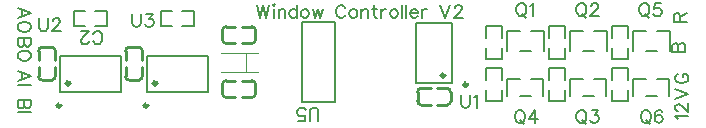
<source format=gto>
G04 Layer: TopSilkLayer*
G04 EasyEDA v6.4.25, 2021-12-21T01:05:14+01:00*
G04 e653898a74aa4a6681cb2481073f5018,cb21f8ab935b4f3d81094f1c1df1cea3,10*
G04 Gerber Generator version 0.2*
G04 Scale: 100 percent, Rotated: No, Reflected: No *
G04 Dimensions in millimeters *
G04 leading zeros omitted , absolute positions ,4 integer and 5 decimal *
%FSLAX45Y45*%
%MOMM*%

%ADD10C,0.2540*%
%ADD25C,0.0800*%
%ADD26C,0.1524*%
%ADD27C,0.3000*%
%ADD28C,0.1520*%

%LPD*%
D28*
X521715Y974344D02*
G01*
X412750Y1016000D01*
X521715Y974344D02*
G01*
X412750Y932942D01*
X449071Y1000505D02*
G01*
X449071Y948436D01*
X521715Y867410D02*
G01*
X516636Y877823D01*
X506221Y888237D01*
X495807Y893318D01*
X480060Y898652D01*
X454152Y898652D01*
X438657Y893318D01*
X428244Y888237D01*
X417829Y877823D01*
X412750Y867410D01*
X412750Y846581D01*
X417829Y836168D01*
X428244Y825754D01*
X438657Y820673D01*
X454152Y815339D01*
X480060Y815339D01*
X495807Y820673D01*
X506221Y825754D01*
X516636Y836168D01*
X521715Y846581D01*
X521715Y867410D01*
X521715Y762000D02*
G01*
X412750Y762000D01*
X521715Y762000D02*
G01*
X521715Y715263D01*
X516636Y699770D01*
X511302Y694436D01*
X500887Y689355D01*
X490473Y689355D01*
X480060Y694436D01*
X474979Y699770D01*
X469900Y715263D01*
X469900Y762000D02*
G01*
X469900Y715263D01*
X464565Y699770D01*
X459486Y694436D01*
X449071Y689355D01*
X433323Y689355D01*
X422910Y694436D01*
X417829Y699770D01*
X412750Y715263D01*
X412750Y762000D01*
X521715Y623823D02*
G01*
X516636Y634237D01*
X506221Y644652D01*
X495807Y649731D01*
X480060Y655065D01*
X454152Y655065D01*
X438657Y649731D01*
X428244Y644652D01*
X417829Y634237D01*
X412750Y623823D01*
X412750Y602995D01*
X417829Y592581D01*
X428244Y582168D01*
X438657Y577087D01*
X454152Y571754D01*
X480060Y571754D01*
X495807Y577087D01*
X506221Y582168D01*
X516636Y592581D01*
X521715Y602995D01*
X521715Y623823D01*
X521715Y440944D02*
G01*
X412750Y482600D01*
X521715Y440944D02*
G01*
X412750Y399542D01*
X449071Y467105D02*
G01*
X449071Y415036D01*
X521715Y365252D02*
G01*
X412750Y365252D01*
X521715Y241300D02*
G01*
X412750Y241300D01*
X521715Y241300D02*
G01*
X521715Y194563D01*
X516636Y179070D01*
X511302Y173736D01*
X500887Y168655D01*
X490473Y168655D01*
X480060Y173736D01*
X474979Y179070D01*
X469900Y194563D01*
X469900Y241300D02*
G01*
X469900Y194563D01*
X464565Y179070D01*
X459486Y173736D01*
X449071Y168655D01*
X433323Y168655D01*
X422910Y173736D01*
X417829Y179070D01*
X412750Y194563D01*
X412750Y241300D01*
X521715Y134365D02*
G01*
X412750Y134365D01*
X5967984Y901700D02*
G01*
X6076950Y901700D01*
X5967984Y901700D02*
G01*
X5967984Y948436D01*
X5973063Y963929D01*
X5978397Y969263D01*
X5988811Y974344D01*
X5999225Y974344D01*
X6009640Y969263D01*
X6014720Y963929D01*
X6019800Y948436D01*
X6019800Y901700D01*
X6019800Y938021D02*
G01*
X6076950Y974344D01*
X6006591Y458978D02*
G01*
X5996177Y453644D01*
X5985763Y443229D01*
X5980684Y433070D01*
X5980684Y412242D01*
X5985763Y401828D01*
X5996177Y391413D01*
X6006591Y386079D01*
X6022340Y381000D01*
X6048247Y381000D01*
X6063741Y386079D01*
X6074156Y391413D01*
X6084570Y401828D01*
X6089650Y412242D01*
X6089650Y433070D01*
X6084570Y443229D01*
X6074156Y453644D01*
X6063741Y458978D01*
X6048247Y458978D01*
X6048247Y433070D02*
G01*
X6048247Y458978D01*
X5955284Y647700D02*
G01*
X6064250Y647700D01*
X5955284Y647700D02*
G01*
X5955284Y694436D01*
X5960363Y709929D01*
X5965697Y715263D01*
X5976111Y720344D01*
X5986525Y720344D01*
X5996940Y715263D01*
X6002020Y709929D01*
X6007100Y694436D01*
X6007100Y647700D02*
G01*
X6007100Y694436D01*
X6012434Y709929D01*
X6017513Y715263D01*
X6027927Y720344D01*
X6043675Y720344D01*
X6054090Y715263D01*
X6059170Y709929D01*
X6064250Y694436D01*
X6064250Y647700D01*
X6001511Y76200D02*
G01*
X5996177Y86613D01*
X5980684Y102107D01*
X6089650Y102107D01*
X6006591Y141731D02*
G01*
X6001511Y141731D01*
X5991097Y146812D01*
X5985763Y152145D01*
X5980684Y162560D01*
X5980684Y183134D01*
X5985763Y193547D01*
X5991097Y198881D01*
X6001511Y203962D01*
X6011925Y203962D01*
X6022340Y198881D01*
X6037834Y188468D01*
X6089650Y136397D01*
X6089650Y209295D01*
X5980684Y243586D02*
G01*
X6089650Y284987D01*
X5980684Y326644D02*
G01*
X6089650Y284987D01*
X2438400Y1042415D02*
G01*
X2464308Y933450D01*
X2490470Y1042415D02*
G01*
X2464308Y933450D01*
X2490470Y1042415D02*
G01*
X2516377Y933450D01*
X2542286Y1042415D02*
G01*
X2516377Y933450D01*
X2576575Y1042415D02*
G01*
X2581909Y1037336D01*
X2586990Y1042415D01*
X2581909Y1047750D01*
X2576575Y1042415D01*
X2581909Y1006094D02*
G01*
X2581909Y933450D01*
X2621279Y1006094D02*
G01*
X2621279Y933450D01*
X2621279Y985265D02*
G01*
X2636774Y1000760D01*
X2647188Y1006094D01*
X2662936Y1006094D01*
X2673350Y1000760D01*
X2678429Y985265D01*
X2678429Y933450D01*
X2774950Y1042415D02*
G01*
X2774950Y933450D01*
X2774950Y990600D02*
G01*
X2764790Y1000760D01*
X2754375Y1006094D01*
X2738627Y1006094D01*
X2728213Y1000760D01*
X2717800Y990600D01*
X2712720Y974852D01*
X2712720Y964437D01*
X2717800Y948944D01*
X2728213Y938529D01*
X2738627Y933450D01*
X2754375Y933450D01*
X2764790Y938529D01*
X2774950Y948944D01*
X2835402Y1006094D02*
G01*
X2824988Y1000760D01*
X2814574Y990600D01*
X2809240Y974852D01*
X2809240Y964437D01*
X2814574Y948944D01*
X2824988Y938529D01*
X2835402Y933450D01*
X2850895Y933450D01*
X2861309Y938529D01*
X2871724Y948944D01*
X2876804Y964437D01*
X2876804Y974852D01*
X2871724Y990600D01*
X2861309Y1000760D01*
X2850895Y1006094D01*
X2835402Y1006094D01*
X2911093Y1006094D02*
G01*
X2931922Y933450D01*
X2952750Y1006094D02*
G01*
X2931922Y933450D01*
X2952750Y1006094D02*
G01*
X2973577Y933450D01*
X2994406Y1006094D02*
G01*
X2973577Y933450D01*
X3186429Y1016507D02*
G01*
X3181350Y1026921D01*
X3170936Y1037336D01*
X3160522Y1042415D01*
X3139693Y1042415D01*
X3129279Y1037336D01*
X3119120Y1026921D01*
X3113786Y1016507D01*
X3108706Y1000760D01*
X3108706Y974852D01*
X3113786Y959357D01*
X3119120Y948944D01*
X3129279Y938529D01*
X3139693Y933450D01*
X3160522Y933450D01*
X3170936Y938529D01*
X3181350Y948944D01*
X3186429Y959357D01*
X3246881Y1006094D02*
G01*
X3236468Y1000760D01*
X3226054Y990600D01*
X3220720Y974852D01*
X3220720Y964437D01*
X3226054Y948944D01*
X3236468Y938529D01*
X3246881Y933450D01*
X3262375Y933450D01*
X3272790Y938529D01*
X3283204Y948944D01*
X3288284Y964437D01*
X3288284Y974852D01*
X3283204Y990600D01*
X3272790Y1000760D01*
X3262375Y1006094D01*
X3246881Y1006094D01*
X3322574Y1006094D02*
G01*
X3322574Y933450D01*
X3322574Y985265D02*
G01*
X3338322Y1000760D01*
X3348736Y1006094D01*
X3364229Y1006094D01*
X3374643Y1000760D01*
X3379724Y985265D01*
X3379724Y933450D01*
X3429761Y1042415D02*
G01*
X3429761Y954023D01*
X3434841Y938529D01*
X3445256Y933450D01*
X3455670Y933450D01*
X3414013Y1006094D02*
G01*
X3450590Y1006094D01*
X3489959Y1006094D02*
G01*
X3489959Y933450D01*
X3489959Y974852D02*
G01*
X3495040Y990600D01*
X3505454Y1000760D01*
X3515868Y1006094D01*
X3531615Y1006094D01*
X3591813Y1006094D02*
G01*
X3581400Y1000760D01*
X3570986Y990600D01*
X3565906Y974852D01*
X3565906Y964437D01*
X3570986Y948944D01*
X3581400Y938529D01*
X3591813Y933450D01*
X3607308Y933450D01*
X3617722Y938529D01*
X3628136Y948944D01*
X3633470Y964437D01*
X3633470Y974852D01*
X3628136Y990600D01*
X3617722Y1000760D01*
X3607308Y1006094D01*
X3591813Y1006094D01*
X3667759Y1042415D02*
G01*
X3667759Y933450D01*
X3702050Y1042415D02*
G01*
X3702050Y933450D01*
X3736340Y974852D02*
G01*
X3798570Y974852D01*
X3798570Y985265D01*
X3793490Y995679D01*
X3788156Y1000760D01*
X3777741Y1006094D01*
X3762247Y1006094D01*
X3751834Y1000760D01*
X3741420Y990600D01*
X3736340Y974852D01*
X3736340Y964437D01*
X3741420Y948944D01*
X3751834Y938529D01*
X3762247Y933450D01*
X3777741Y933450D01*
X3788156Y938529D01*
X3798570Y948944D01*
X3832859Y1006094D02*
G01*
X3832859Y933450D01*
X3832859Y974852D02*
G01*
X3837940Y990600D01*
X3848354Y1000760D01*
X3858768Y1006094D01*
X3874515Y1006094D01*
X3988815Y1042415D02*
G01*
X4030218Y933450D01*
X4071874Y1042415D02*
G01*
X4030218Y933450D01*
X4111243Y1016507D02*
G01*
X4111243Y1021587D01*
X4116577Y1032002D01*
X4121658Y1037336D01*
X4132072Y1042415D01*
X4152900Y1042415D01*
X4163313Y1037336D01*
X4168393Y1032002D01*
X4173727Y1021587D01*
X4173727Y1011173D01*
X4168393Y1000760D01*
X4157979Y985265D01*
X4106163Y933450D01*
X4178808Y933450D01*
D26*
X2959100Y62484D02*
G01*
X2959100Y140462D01*
X2954020Y155955D01*
X2943606Y166370D01*
X2927858Y171450D01*
X2917443Y171450D01*
X2901950Y166370D01*
X2891536Y155955D01*
X2886456Y140462D01*
X2886456Y62484D01*
X2789681Y62484D02*
G01*
X2841752Y62484D01*
X2846831Y109220D01*
X2841752Y104139D01*
X2826004Y98805D01*
X2810509Y98805D01*
X2795015Y104139D01*
X2784602Y114300D01*
X2779268Y130047D01*
X2779268Y140462D01*
X2784602Y155955D01*
X2795015Y166370D01*
X2810509Y171450D01*
X2826004Y171450D01*
X2841752Y166370D01*
X2846831Y161289D01*
X2852165Y150876D01*
X1052321Y736092D02*
G01*
X1057655Y725678D01*
X1068070Y715263D01*
X1078229Y710184D01*
X1099057Y710184D01*
X1109471Y715263D01*
X1119886Y725678D01*
X1125220Y736092D01*
X1130300Y751839D01*
X1130300Y777747D01*
X1125220Y793242D01*
X1119886Y803655D01*
X1109471Y814070D01*
X1099057Y819150D01*
X1078229Y819150D01*
X1068070Y814070D01*
X1057655Y803655D01*
X1052321Y793242D01*
X1012952Y736092D02*
G01*
X1012952Y731012D01*
X1007618Y720597D01*
X1002537Y715263D01*
X992123Y710184D01*
X971295Y710184D01*
X960881Y715263D01*
X955802Y720597D01*
X950468Y731012D01*
X950468Y741426D01*
X955802Y751839D01*
X966215Y767334D01*
X1018031Y819150D01*
X945387Y819150D01*
X4666734Y1055118D02*
G01*
X4656320Y1050038D01*
X4645906Y1039624D01*
X4640572Y1029210D01*
X4635492Y1013462D01*
X4635492Y987554D01*
X4640572Y972060D01*
X4645906Y961646D01*
X4656320Y951232D01*
X4666734Y946152D01*
X4687562Y946152D01*
X4697722Y951232D01*
X4708136Y961646D01*
X4713470Y972060D01*
X4718550Y987554D01*
X4718550Y1013462D01*
X4713470Y1029210D01*
X4708136Y1039624D01*
X4697722Y1050038D01*
X4687562Y1055118D01*
X4666734Y1055118D01*
X4682228Y966726D02*
G01*
X4713470Y935738D01*
X4752840Y1034290D02*
G01*
X4763254Y1039624D01*
X4779002Y1055118D01*
X4779002Y946152D01*
X5174744Y1055123D02*
G01*
X5164330Y1050043D01*
X5153916Y1039629D01*
X5148582Y1029215D01*
X5143502Y1013467D01*
X5143502Y987559D01*
X5148582Y972065D01*
X5153916Y961651D01*
X5164330Y951237D01*
X5174744Y946157D01*
X5195572Y946157D01*
X5205732Y951237D01*
X5216146Y961651D01*
X5221480Y972065D01*
X5226560Y987559D01*
X5226560Y1013467D01*
X5221480Y1029215D01*
X5216146Y1039629D01*
X5205732Y1050043D01*
X5195572Y1055123D01*
X5174744Y1055123D01*
X5190238Y966731D02*
G01*
X5221480Y935743D01*
X5266184Y1029215D02*
G01*
X5266184Y1034295D01*
X5271264Y1044709D01*
X5276598Y1050043D01*
X5287012Y1055123D01*
X5307586Y1055123D01*
X5318000Y1050043D01*
X5323334Y1044709D01*
X5328414Y1034295D01*
X5328414Y1023881D01*
X5323334Y1013467D01*
X5312920Y997973D01*
X5260850Y946157D01*
X5333748Y946157D01*
X5708144Y1055123D02*
G01*
X5697730Y1050043D01*
X5687316Y1039629D01*
X5681982Y1029215D01*
X5676902Y1013467D01*
X5676902Y987559D01*
X5681982Y972065D01*
X5687316Y961651D01*
X5697730Y951237D01*
X5708144Y946157D01*
X5728972Y946157D01*
X5739132Y951237D01*
X5749546Y961651D01*
X5754880Y972065D01*
X5759960Y987559D01*
X5759960Y1013467D01*
X5754880Y1029215D01*
X5749546Y1039629D01*
X5739132Y1050043D01*
X5728972Y1055123D01*
X5708144Y1055123D01*
X5723638Y966731D02*
G01*
X5754880Y935743D01*
X5856734Y1055123D02*
G01*
X5804664Y1055123D01*
X5799584Y1008387D01*
X5804664Y1013467D01*
X5820412Y1018801D01*
X5835906Y1018801D01*
X5851400Y1013467D01*
X5861814Y1003307D01*
X5867148Y987559D01*
X5867148Y977145D01*
X5861814Y961651D01*
X5851400Y951237D01*
X5835906Y946157D01*
X5820412Y946157D01*
X5804664Y951237D01*
X5799584Y956317D01*
X5794250Y966731D01*
X5174744Y153423D02*
G01*
X5164330Y148343D01*
X5153916Y137929D01*
X5148582Y127515D01*
X5143502Y111767D01*
X5143502Y85859D01*
X5148582Y70365D01*
X5153916Y59951D01*
X5164330Y49537D01*
X5174744Y44457D01*
X5195572Y44457D01*
X5205732Y49537D01*
X5216146Y59951D01*
X5221480Y70365D01*
X5226560Y85859D01*
X5226560Y111767D01*
X5221480Y127515D01*
X5216146Y137929D01*
X5205732Y148343D01*
X5195572Y153423D01*
X5174744Y153423D01*
X5190238Y65031D02*
G01*
X5221480Y34043D01*
X5271264Y153423D02*
G01*
X5328414Y153423D01*
X5297172Y111767D01*
X5312920Y111767D01*
X5323334Y106687D01*
X5328414Y101607D01*
X5333748Y85859D01*
X5333748Y75445D01*
X5328414Y59951D01*
X5318000Y49537D01*
X5302506Y44457D01*
X5287012Y44457D01*
X5271264Y49537D01*
X5266184Y54617D01*
X5260850Y65031D01*
X4654044Y153423D02*
G01*
X4643630Y148343D01*
X4633216Y137929D01*
X4627882Y127515D01*
X4622802Y111767D01*
X4622802Y85859D01*
X4627882Y70365D01*
X4633216Y59951D01*
X4643630Y49537D01*
X4654044Y44457D01*
X4674872Y44457D01*
X4685032Y49537D01*
X4695446Y59951D01*
X4700780Y70365D01*
X4705860Y85859D01*
X4705860Y111767D01*
X4700780Y127515D01*
X4695446Y137929D01*
X4685032Y148343D01*
X4674872Y153423D01*
X4654044Y153423D01*
X4669538Y65031D02*
G01*
X4700780Y34043D01*
X4792220Y153423D02*
G01*
X4740150Y80779D01*
X4818128Y80779D01*
X4792220Y153423D02*
G01*
X4792220Y44457D01*
X5720844Y153423D02*
G01*
X5710430Y148343D01*
X5700016Y137929D01*
X5694682Y127515D01*
X5689602Y111767D01*
X5689602Y85859D01*
X5694682Y70365D01*
X5700016Y59951D01*
X5710430Y49537D01*
X5720844Y44457D01*
X5741672Y44457D01*
X5751832Y49537D01*
X5762246Y59951D01*
X5767580Y70365D01*
X5772660Y85859D01*
X5772660Y111767D01*
X5767580Y127515D01*
X5762246Y137929D01*
X5751832Y148343D01*
X5741672Y153423D01*
X5720844Y153423D01*
X5736338Y65031D02*
G01*
X5767580Y34043D01*
X5869434Y137929D02*
G01*
X5864100Y148343D01*
X5848606Y153423D01*
X5838192Y153423D01*
X5822698Y148343D01*
X5812284Y132595D01*
X5806950Y106687D01*
X5806950Y80779D01*
X5812284Y59951D01*
X5822698Y49537D01*
X5838192Y44457D01*
X5843272Y44457D01*
X5859020Y49537D01*
X5869434Y59951D01*
X5874514Y75445D01*
X5874514Y80779D01*
X5869434Y96273D01*
X5859020Y106687D01*
X5843272Y111767D01*
X5838192Y111767D01*
X5822698Y106687D01*
X5812284Y96273D01*
X5806950Y80779D01*
X4165600Y280415D02*
G01*
X4165600Y202437D01*
X4170679Y186944D01*
X4181093Y176529D01*
X4196841Y171450D01*
X4207256Y171450D01*
X4222750Y176529D01*
X4233163Y186944D01*
X4238243Y202437D01*
X4238243Y280415D01*
X4272534Y259587D02*
G01*
X4282947Y264921D01*
X4298695Y280415D01*
X4298695Y171450D01*
X596900Y928115D02*
G01*
X596900Y850137D01*
X601979Y834644D01*
X612394Y824229D01*
X628142Y819150D01*
X638555Y819150D01*
X654050Y824229D01*
X664463Y834644D01*
X669544Y850137D01*
X669544Y928115D01*
X709168Y902207D02*
G01*
X709168Y907287D01*
X714247Y917702D01*
X719581Y923036D01*
X729995Y928115D01*
X750570Y928115D01*
X760984Y923036D01*
X766318Y917702D01*
X771397Y907287D01*
X771397Y896873D01*
X766318Y886460D01*
X755904Y870965D01*
X703834Y819150D01*
X776731Y819150D01*
X1384300Y966215D02*
G01*
X1384300Y888237D01*
X1389379Y872744D01*
X1399794Y862329D01*
X1415542Y857250D01*
X1425955Y857250D01*
X1441450Y862329D01*
X1451863Y872744D01*
X1456944Y888237D01*
X1456944Y966215D01*
X1501647Y966215D02*
G01*
X1558797Y966215D01*
X1527810Y924560D01*
X1543304Y924560D01*
X1553718Y919479D01*
X1558797Y914400D01*
X1564131Y898652D01*
X1564131Y888237D01*
X1558797Y872744D01*
X1548384Y862329D01*
X1532889Y857250D01*
X1517395Y857250D01*
X1501647Y862329D01*
X1496568Y867410D01*
X1491234Y877823D01*
D25*
X2345900Y635000D02*
G01*
X2345527Y474979D01*
X2447409Y635000D02*
G01*
X2132449Y635000D01*
X2449949Y474979D02*
G01*
X2129909Y474979D01*
D26*
X3098739Y898921D02*
G01*
X3098739Y218678D01*
X2819460Y218678D01*
X2819460Y898921D01*
X3098739Y898921D01*
D10*
X620422Y685101D02*
G01*
X700425Y685101D01*
X589437Y574126D02*
G01*
X589437Y654123D01*
X731403Y574126D02*
G01*
X731403Y654123D01*
X588855Y516536D02*
G01*
X588855Y436537D01*
X619838Y405554D02*
G01*
X699836Y405554D01*
X730816Y516536D02*
G01*
X730816Y436537D01*
X1357022Y685101D02*
G01*
X1437025Y685101D01*
X1326037Y574126D02*
G01*
X1326037Y654123D01*
X1468003Y574126D02*
G01*
X1468003Y654123D01*
X1325455Y516536D02*
G01*
X1325455Y436537D01*
X1356438Y405554D02*
G01*
X1436436Y405554D01*
X1467416Y516536D02*
G01*
X1467416Y436537D01*
X2425001Y827377D02*
G01*
X2425001Y747374D01*
X2314026Y858362D02*
G01*
X2394023Y858362D01*
X2314026Y716396D02*
G01*
X2394023Y716396D01*
X2256436Y858944D02*
G01*
X2176437Y858944D01*
X2145454Y827961D02*
G01*
X2145454Y747963D01*
X2256436Y716983D02*
G01*
X2176437Y716983D01*
X2425001Y370177D02*
G01*
X2425001Y290174D01*
X2314026Y401162D02*
G01*
X2394023Y401162D01*
X2314026Y259196D02*
G01*
X2394023Y259196D01*
X2256436Y401744D02*
G01*
X2176437Y401744D01*
X2145454Y370761D02*
G01*
X2145454Y290763D01*
X2256436Y259783D02*
G01*
X2176437Y259783D01*
D26*
X4865321Y649000D02*
G01*
X4865321Y824240D01*
X4761161Y824240D01*
X4558083Y649000D02*
G01*
X4558083Y824240D01*
X4662243Y824240D01*
X4757242Y649000D02*
G01*
X4666162Y649000D01*
X5398721Y649000D02*
G01*
X5398721Y824240D01*
X5294561Y824240D01*
X5091483Y649000D02*
G01*
X5091483Y824240D01*
X5195643Y824240D01*
X5290642Y649000D02*
G01*
X5199562Y649000D01*
X5932121Y649000D02*
G01*
X5932121Y824240D01*
X5827961Y824240D01*
X5624883Y649000D02*
G01*
X5624883Y824240D01*
X5729043Y824240D01*
X5824042Y649000D02*
G01*
X5732962Y649000D01*
X5397723Y270286D02*
G01*
X5397723Y415528D01*
X5294561Y415528D01*
X5092481Y270286D02*
G01*
X5092481Y415528D01*
X5195643Y415528D01*
X5290642Y270286D02*
G01*
X5199562Y270286D01*
X4864320Y270278D02*
G01*
X4864320Y415521D01*
X4761158Y415521D01*
X4559079Y270278D02*
G01*
X4559079Y415521D01*
X4662241Y415521D01*
X4757239Y270278D02*
G01*
X4666160Y270278D01*
X5931123Y270286D02*
G01*
X5931123Y415528D01*
X5827961Y415528D01*
X5625881Y270286D02*
G01*
X5625881Y415528D01*
X5729043Y415528D01*
X5824042Y270286D02*
G01*
X5732962Y270286D01*
X986078Y993160D02*
G01*
X890191Y993160D01*
X890191Y861039D01*
X986078Y861039D01*
X1071321Y993160D02*
G01*
X1167208Y993160D01*
X1167208Y861039D01*
X1071321Y861039D01*
X1722678Y993160D02*
G01*
X1626791Y993160D01*
X1626791Y861039D01*
X1722678Y861039D01*
X1807921Y993160D02*
G01*
X1903808Y993160D01*
X1903808Y861039D01*
X1807921Y861039D01*
X4378942Y681286D02*
G01*
X4378942Y585398D01*
X4511062Y585398D01*
X4511062Y681286D01*
X4378942Y766528D02*
G01*
X4378942Y862416D01*
X4511062Y862416D01*
X4511062Y766528D01*
X4378942Y325686D02*
G01*
X4378942Y229798D01*
X4511062Y229798D01*
X4511062Y325686D01*
X4378942Y410928D02*
G01*
X4378942Y506816D01*
X4511062Y506816D01*
X4511062Y410928D01*
X4912342Y325686D02*
G01*
X4912342Y229798D01*
X5044462Y229798D01*
X5044462Y325686D01*
X4912342Y410928D02*
G01*
X4912342Y506816D01*
X5044462Y506816D01*
X5044462Y410928D01*
X4912342Y681286D02*
G01*
X4912342Y585398D01*
X5044462Y585398D01*
X5044462Y681286D01*
X4912342Y766528D02*
G01*
X4912342Y862416D01*
X5044462Y862416D01*
X5044462Y766528D01*
X5445742Y325686D02*
G01*
X5445742Y229798D01*
X5577862Y229798D01*
X5577862Y325686D01*
X5445742Y410928D02*
G01*
X5445742Y506816D01*
X5577862Y506816D01*
X5577862Y410928D01*
X5445742Y681286D02*
G01*
X5445742Y585398D01*
X5577862Y585398D01*
X5577862Y681286D01*
X5445742Y766528D02*
G01*
X5445742Y862416D01*
X5577862Y862416D01*
X5577862Y766528D01*
X4089140Y377380D02*
G01*
X3784859Y377380D01*
X3784859Y892619D01*
X4089140Y892619D01*
X4089140Y377380D01*
X771080Y305059D02*
G01*
X771080Y609340D01*
X1286319Y609340D01*
X1286319Y305059D01*
X771080Y305059D01*
X1507680Y305059D02*
G01*
X1507680Y609340D01*
X2022919Y609340D01*
X2022919Y305059D01*
X1507680Y305059D01*
D10*
X3797998Y226722D02*
G01*
X3797998Y306725D01*
X3908973Y195737D02*
G01*
X3828976Y195737D01*
X3908973Y337703D02*
G01*
X3828976Y337703D01*
X3966563Y195155D02*
G01*
X4046562Y195155D01*
X4077545Y226138D02*
G01*
X4077545Y306136D01*
X3966563Y337116D02*
G01*
X4046562Y337116D01*
G75*
G01*
X619839Y405549D02*
G02*
X588856Y436532I0J30983D01*
G75*
G01*
X730822Y436532D02*
G02*
X699836Y405549I-30983J0D01*
G75*
G01*
X589437Y654119D02*
G02*
X620423Y685101I30983J0D01*
G75*
G01*
X700420Y685101D02*
G02*
X731403Y654119I0J-30982D01*
G75*
G01*
X1356439Y405549D02*
G02*
X1325456Y436532I0J30983D01*
G75*
G01*
X1467422Y436532D02*
G02*
X1436436Y405549I-30983J0D01*
G75*
G01*
X1326037Y654119D02*
G02*
X1357023Y685101I30983J0D01*
G75*
G01*
X1437020Y685101D02*
G02*
X1468003Y654119I0J-30982D01*
G75*
G01*
X2145449Y827961D02*
G02*
X2176432Y858944I30983J0D01*
G75*
G01*
X2176432Y716978D02*
G02*
X2145449Y747964I0J30983D01*
G75*
G01*
X2394019Y858363D02*
G02*
X2425001Y827377I0J-30983D01*
G75*
G01*
X2425001Y747380D02*
G02*
X2394019Y716397I-30982J0D01*
G75*
G01*
X2145449Y370761D02*
G02*
X2176432Y401744I30983J0D01*
G75*
G01*
X2176432Y259778D02*
G02*
X2145449Y290764I0J30983D01*
G75*
G01*
X2394019Y401163D02*
G02*
X2425001Y370177I0J-30983D01*
G75*
G01*
X2425001Y290180D02*
G02*
X2394019Y259197I-30982J0D01*
G75*
G01*
X4077551Y226139D02*
G02*
X4046568Y195156I-30983J0D01*
G75*
G01*
X4046568Y337122D02*
G02*
X4077551Y306136I0J-30983D01*
G75*
G01*
X3828981Y195737D02*
G02*
X3797999Y226723I0J30983D01*
G75*
G01*
X3797999Y306720D02*
G02*
X3828981Y337703I30982J0D01*
D27*
G75*
G01
X4028923Y444500D02*
G03X4028923Y444500I-15011J0D01*
G75*
G01
X4220261Y367767D02*
G03X4220261Y367767I-15011J0D01*
G75*
G01
X853211Y380289D02*
G03X853211Y380289I-15011J0D01*
G75*
G01
X776478Y188951D02*
G03X776478Y188951I-15011J0D01*
G75*
G01
X1589811Y380289D02*
G03X1589811Y380289I-15011J0D01*
G75*
G01
X1513078Y188951D02*
G03X1513078Y188951I-15011J0D01*
M02*

</source>
